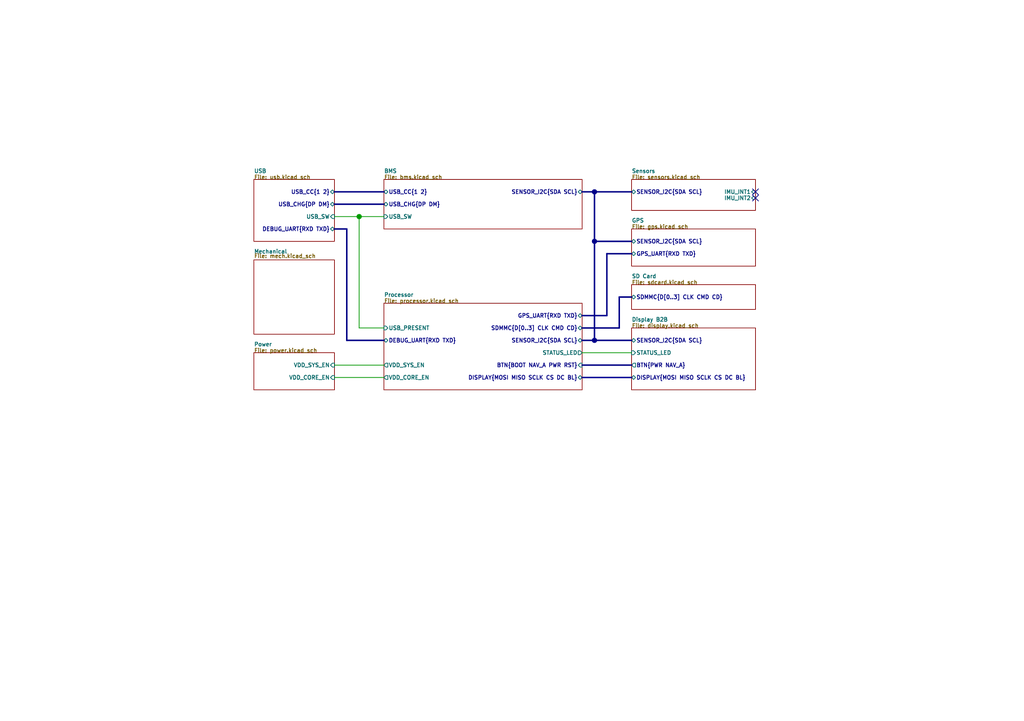
<source format=kicad_sch>
(kicad_sch (version 20211123) (generator eeschema)
  (paper "A5")
  (title_block (rev "A") (company "Frisius"))
  (lib_symbols)
  (junction (at 73.66 44.45))
  (junction (at 121.92 49.53))
  (junction (at 121.92 39.37))
  (junction (at 121.92 69.85))
  (no_connect (at 154.94 39.37))
  (no_connect (at 154.94 40.64))
  (wire (pts (xy 68.58 74.93) (xy 78.74 74.93)))
  (wire (pts (xy 68.58 77.47) (xy 78.74 77.47)))
  (wire (pts (xy 119.38 72.39) (xy 129.54 72.39)))
  (wire (pts (xy 73.66 44.45) (xy 73.66 67.31)))
  (bus (pts (xy 119.38 74.93) (xy 129.54 74.93)))
  (wire (pts (xy 68.58 44.45) (xy 73.66 44.45)))
  (bus (pts (xy 78.74 69.85) (xy 71.12 69.85)))
  (bus (pts (xy 121.92 69.85) (xy 129.54 69.85)))
  (bus (pts (xy 124.46 64.77) (xy 124.46 52.07)))
  (bus (pts (xy 68.58 46.99) (xy 71.12 46.99)))
  (wire (pts (xy 78.74 67.31) (xy 73.66 67.31)))
  (bus (pts (xy 71.12 46.99) (xy 71.12 69.85)))
  (bus (pts (xy 121.92 49.53) (xy 121.92 69.85)))
  (bus (pts (xy 127 67.31) (xy 127 60.96)))
  (bus (pts (xy 129.54 39.37) (xy 121.92 39.37)))
  (bus (pts (xy 78.74 41.91) (xy 68.58 41.91)))
  (bus (pts (xy 127 60.96) (xy 129.54 60.96)))
  (bus (pts (xy 68.58 39.37) (xy 78.74 39.37)))
  (wire (pts (xy 73.66 44.45) (xy 78.74 44.45)))
  (bus (pts (xy 119.38 39.37) (xy 121.92 39.37)))
  (bus (pts (xy 121.92 69.85) (xy 119.38 69.85)))
  (bus (pts (xy 119.38 67.31) (xy 127 67.31)))
  (bus (pts (xy 121.92 39.37) (xy 121.92 49.53)))
  (bus (pts (xy 119.38 64.77) (xy 124.46 64.77)))
  (bus (pts (xy 129.54 49.53) (xy 121.92 49.53)))
  (bus (pts (xy 124.46 52.07) (xy 129.54 52.07)))
  (bus (pts (xy 129.54 77.47) (xy 119.38 77.47)))
  (sheet (at 52.07 72.39) (size 16.51 7.62) (stroke (width 0.1524)) (fill (color 255 255 255 1.0000))
    (property "Sheet name" "Power" (at 52.07 71.12 0) (effects (font (size 0.8 0.8)) (justify left bottom)))
    (property "Sheet file" "power.kicad_sch" (at 52.07 72.39 0) (effects (font (size 0.8 0.8)) (justify left bottom)))
    (pin "VDD_CORE_EN" input (at 68.58 77.47 0) (effects (font (size 0.8 0.8))))
    (pin "VDD_SYS_EN" input (at 68.58 74.93 0) (effects (font (size 0.8 0.8))))
  )
  (sheet (at 78.74 36.83) (size 40.64 10.16) (stroke (width 0.1524)) (fill (color 255 255 255 1.0000))
    (property "Sheet name" "BMS" (at 78.74 35.56 0) (effects (font (size 0.8 0.8)) (justify left bottom)))
    (property "Sheet file" "bms.kicad_sch" (at 78.74 36.83 0) (effects (font (size 0.8 0.8)) (justify left bottom)))
    (pin "SENSOR_I2C{SDA SCL}" bidirectional (at 119.38 39.37 0) (effects (font (size 0.8 0.8))))
    (pin "USB_CHG{DP DM}" bidirectional (at 78.74 41.91 180) (effects (font (size 0.8 0.8))))
    (pin "USB_CC{1 2}" bidirectional (at 78.74 39.37 180) (effects (font (size 0.8 0.8))))
    (pin "USB_SW" input (at 78.74 44.45 180) (effects (font (size 0.8 0.8))))
  )
  (sheet (at 129.54 67.31) (size 25.4 12.7) (stroke (width 0.1524)) (fill (color 255 255 255 1.0000))
    (property "Sheet name" "Display B2B" (at 129.54 66.04 0) (effects (font (size 0.8 0.8)) (justify left bottom)))
    (property "Sheet file" "display.kicad_sch" (at 129.54 67.31 0) (effects (font (size 0.8 0.8)) (justify left bottom)))
    (pin "DISPLAY{MOSI MISO SCLK CS DC BL}" bidirectional (at 129.54 77.47 180) (effects (font (size 0.8 0.8))))
    (pin "SENSOR_I2C{SDA SCL}" bidirectional (at 129.54 69.85 180) (effects (font (size 0.8 0.8))))
    (pin "BTN{PWR NAV_A}" output (at 129.54 74.93 180) (effects (font (size 0.8 0.8))))
    (pin "STATUS_LED" input (at 129.54 72.39 180) (effects (font (size 0.8 0.8))))
  )
  (sheet (at 129.54 46.99) (size 25.4 7.62) (stroke (width 0.1524)) (fill (color 255 255 255 1.0000))
    (property "Sheet name" "GPS" (at 129.54 45.72 0) (effects (font (size 0.8 0.8)) (justify left bottom)))
    (property "Sheet file" "gps.kicad_sch" (at 129.54 46.99 0) (effects (font (size 0.8 0.8)) (justify left bottom)))
    (pin "GPS_UART{RXD TXD}" bidirectional (at 129.54 52.07 180) (effects (font (size 0.8 0.8))))
    (pin "SENSOR_I2C{SDA SCL}" bidirectional (at 129.54 49.53 180) (effects (font (size 0.8 0.8))))
  )
  (sheet (at 52.07 53.34) (size 16.51 15.24) (stroke (width 0.1524)) (fill (color 255 255 255 1.0000))
    (property "Sheet name" "Mechanical" (at 52.07 52.07 0) (effects (font (size 0.8 0.8)) (justify left bottom)))
    (property "Sheet file" "mech.kicad_sch" (at 52.07 52.07 0) (effects (font (size 0.8 0.8)) (justify left top)))
  )
  (sheet (at 129.54 36.83) (size 25.4 6.35) (stroke (width 0.1524)) (fill (color 255 255 255 1.0000))
    (property "Sheet name" "Sensors" (at 129.54 35.56 0) (effects (font (size 0.8 0.8)) (justify left bottom)))
    (property "Sheet file" "sensors.kicad_sch" (at 129.54 36.83 0) (effects (font (size 0.8 0.8)) (justify left bottom)))
    (pin "SENSOR_I2C{SDA SCL}" bidirectional (at 129.54 39.37 180) (effects (font (size 0.8 0.8))))
    (pin "IMU_INT1" bidirectional (at 154.94 39.37 0) (effects (font (size 0.8 0.8))))
    (pin "IMU_INT2" bidirectional (at 154.94 40.64 0) (effects (font (size 0.8 0.8))))
  )
  (sheet (at 52.07 36.83) (size 16.51 12.7) (stroke (width 0.1524)) (fill (color 255 255 255 1.0000))
    (property "Sheet name" "USB" (at 52.07 35.56 0) (effects (font (size 0.8 0.8)) (justify left bottom)))
    (property "Sheet file" "usb.kicad_sch" (at 52.07 36.83 0) (effects (font (size 0.8 0.8)) (justify left bottom)))
    (pin "USB_SW" input (at 68.58 44.45 0) (effects (font (size 0.8 0.8))))
    (pin "DEBUG_UART{RXD TXD}" bidirectional (at 68.58 46.99 0) (effects (font (size 0.8 0.8))))
    (pin "USB_CC{1 2}" bidirectional (at 68.58 39.37 0) (effects (font (size 0.8 0.8))))
    (pin "USB_CHG{DP DM}" bidirectional (at 68.58 41.91 0) (effects (font (size 0.8 0.8))))
  )
  (sheet (at 78.74 62.23) (size 40.64 17.78) (stroke (width 0.1524)) (fill (color 255 255 255 1.0000))
    (property "Sheet name" "Processor" (at 78.74 60.96 0) (effects (font (size 0.8 0.8)) (justify left bottom)))
    (property "Sheet file" "processor.kicad_sch" (at 78.74 62.23 0) (effects (font (size 0.8 0.8)) (justify left bottom)))
    (pin "USB_PRESENT" input (at 78.74 67.31 180) (effects (font (size 0.8 0.8))))
    (pin "SENSOR_I2C{SDA SCL}" bidirectional (at 119.38 69.85 0) (effects (font (size 0.8 0.8))))
    (pin "VDD_SYS_EN" output (at 78.74 74.93 180) (effects (font (size 0.8 0.8))))
    (pin "DEBUG_UART{RXD TXD}" bidirectional (at 78.74 69.85 180) (effects (font (size 0.8 0.8))))
    (pin "DISPLAY{MOSI MISO SCLK CS DC BL}" bidirectional (at 119.38 77.47 0) (effects (font (size 0.8 0.8))))
    (pin "STATUS_LED" output (at 119.38 72.39 0) (effects (font (size 0.8 0.8))))
    (pin "SDMMC{D[0..3] CLK CMD CD}" bidirectional (at 119.38 67.31 0) (effects (font (size 0.8 0.8))))
    (pin "GPS_UART{RXD TXD}" bidirectional (at 119.38 64.77 0) (effects (font (size 0.8 0.8))))
    (pin "VDD_CORE_EN" output (at 78.74 77.47 180) (effects (font (size 0.8 0.8))))
    (pin "BTN{BOOT NAV_A PWR RST}" input (at 119.38 74.93 0) (effects (font (size 0.8 0.8))))
  )
  (sheet (at 129.54 58.42) (size 25.4 5.08) (stroke (width 0.1524)) (fill (color 255 255 255 1.0000))
    (property "Sheet name" "SD Card" (at 129.54 57.15 0) (effects (font (size 0.8 0.8)) (justify left bottom)))
    (property "Sheet file" "sdcard.kicad_sch" (at 129.54 58.42 0) (effects (font (size 0.8 0.8)) (justify left bottom)))
    (pin "SDMMC{D[0..3] CLK CMD CD}" bidirectional (at 129.54 60.96 180) (effects (font (size 0.8 0.8))))
  )
)
</source>
